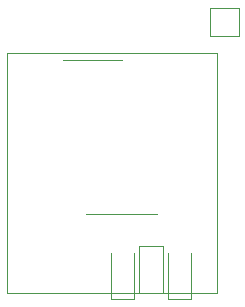
<source format=gbr>
G04 #@! TF.GenerationSoftware,KiCad,Pcbnew,5.1.5+dfsg1-2build2*
G04 #@! TF.CreationDate,2023-07-02T11:19:25+01:00*
G04 #@! TF.ProjectId,hd36106_replacement,68643336-3130-4365-9f72-65706c616365,rev?*
G04 #@! TF.SameCoordinates,Original*
G04 #@! TF.FileFunction,Legend,Top*
G04 #@! TF.FilePolarity,Positive*
%FSLAX46Y46*%
G04 Gerber Fmt 4.6, Leading zero omitted, Abs format (unit mm)*
G04 Created by KiCad (PCBNEW 5.1.5+dfsg1-2build2) date 2023-07-02 11:19:25*
%MOMM*%
%LPD*%
G04 APERTURE LIST*
%ADD10C,0.120000*%
G04 APERTURE END LIST*
D10*
X118060000Y-86730000D02*
X135840000Y-86730000D01*
X135840000Y-86730000D02*
X135840000Y-107050000D01*
X135840000Y-107050000D02*
X118060000Y-107050000D01*
X118060000Y-107050000D02*
X118060000Y-86730000D01*
X135325000Y-85274000D02*
X135325000Y-82874000D01*
X137725000Y-85274000D02*
X135325000Y-85274000D01*
X137725000Y-82874000D02*
X137725000Y-85274000D01*
X135325000Y-82874000D02*
X137725000Y-82874000D01*
X131715000Y-107533000D02*
X131715000Y-103633000D01*
X133715000Y-107533000D02*
X133715000Y-103633000D01*
X131715000Y-107533000D02*
X133715000Y-107533000D01*
X131302000Y-103033000D02*
X131302000Y-106933000D01*
X129302000Y-103033000D02*
X129302000Y-106933000D01*
X131302000Y-103033000D02*
X129302000Y-103033000D01*
X126889000Y-107533000D02*
X126889000Y-103633000D01*
X128889000Y-107533000D02*
X128889000Y-103633000D01*
X126889000Y-107533000D02*
X128889000Y-107533000D01*
X122800000Y-87270000D02*
X127800000Y-87270000D01*
X124800000Y-100330000D02*
X130800000Y-100330000D01*
M02*

</source>
